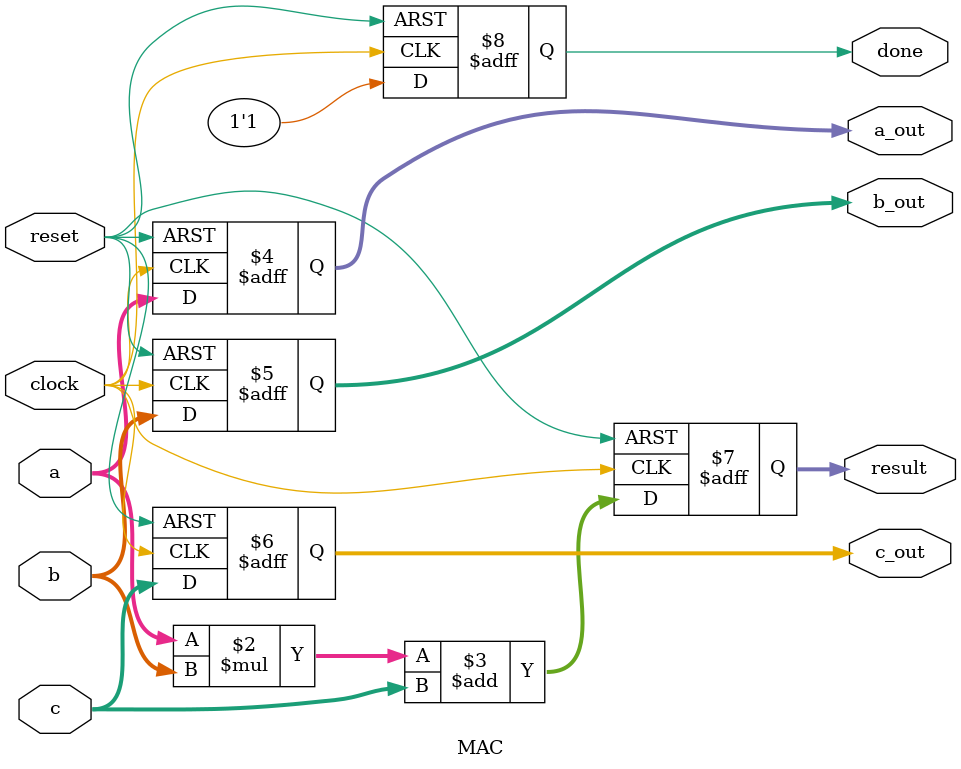
<source format=v>
`timescale 1ns/10ps
module MAC (
    clock,
    reset,
    a,
    b,
    c,
    a_out,
    b_out,
    c_out,
    result,
    done
);

input                       clock, reset;
input           [  3:0 ]    a, b;
input           [  7:0 ]    c;

output reg      [  3:0 ]    a_out, b_out;
output reg      [  7:0 ]    c_out;
output reg      [  8:0 ]    result;
output reg                  done;

// Implement your HDL here
always @(posedge clock or posedge reset) begin
    if (reset) begin
        a_out <= 4'b0;
        b_out <= 4'b0;
        c_out <= 8'b0;
        result <= 9'b0;
        done <= 0;
    end else begin
        a_out <= a;
        b_out <= b;
        c_out <= c;
        result <= (a * b) + c;
        done <= 1;
    end
end
endmodule

</source>
